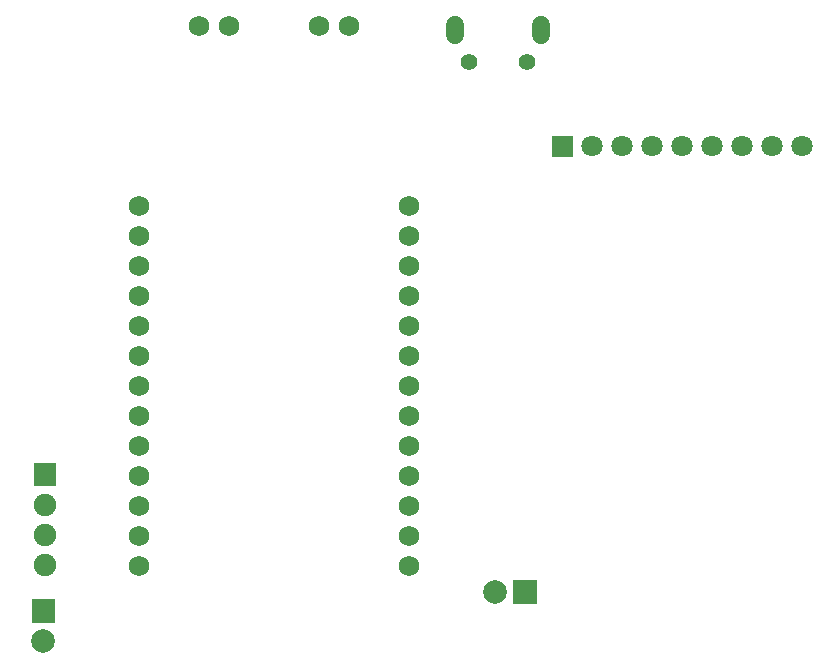
<source format=gbs>
G04 Layer: BottomSolderMaskLayer*
G04 EasyEDA v6.4.14, 2021-01-21T23:56:56--5:00*
G04 aa685b108e8c4aaab1d0ece7fbf10bdb,7db2125e4611476bb2993bf99425ef50,10*
G04 Gerber Generator version 0.2*
G04 Scale: 100 percent, Rotated: No, Reflected: No *
G04 Dimensions in millimeters *
G04 leading zeros omitted , absolute positions ,4 integer and 5 decimal *
%FSLAX45Y45*%
%MOMM*%

%ADD32C,1.5032*%
%ADD34C,1.8032*%
%ADD39C,1.4032*%
%ADD41C,1.9032*%
%ADD42C,1.7272*%
%ADD43C,2.0032*%

%LPD*%
D32*
X3803850Y6270165D02*
G01*
X3803850Y6360165D01*
X4527750Y6270165D02*
G01*
X4527750Y6360165D01*
G36*
X4621730Y5241229D02*
G01*
X4621730Y5421569D01*
X4802070Y5421569D01*
X4802070Y5241229D01*
G37*
D34*
G01*
X4965900Y5331399D03*
G01*
X5219900Y5331399D03*
G01*
X5473900Y5331399D03*
G01*
X5727900Y5331399D03*
G01*
X5981900Y5331399D03*
G01*
X6235900Y5331399D03*
G01*
X6489900Y5331399D03*
G01*
X6743900Y5331399D03*
D39*
G01*
X4408294Y6045164D03*
G01*
X3923306Y6045164D03*
G36*
X235150Y2454849D02*
G01*
X235150Y2645349D01*
X425650Y2645349D01*
X425650Y2454849D01*
G37*
D41*
G01*
X330400Y2296099D03*
G01*
X330400Y2042099D03*
G01*
X330400Y1788099D03*
D42*
G01*
X3416500Y4823399D03*
G01*
X3416500Y4569399D03*
G01*
X3416500Y4315399D03*
G01*
X3416500Y4061399D03*
G01*
X3416500Y3807399D03*
G01*
X3416500Y3553399D03*
G01*
X3416500Y3299399D03*
G01*
X3416500Y3045399D03*
G01*
X3416500Y2791399D03*
G01*
X3416500Y2537399D03*
G01*
X3416500Y2283399D03*
G01*
X3416500Y2029399D03*
G01*
X3416500Y1775399D03*
G01*
X1130500Y4823399D03*
G01*
X1130500Y4569399D03*
G01*
X1130500Y4315399D03*
G01*
X1130500Y4061399D03*
G01*
X1130500Y3807399D03*
G01*
X1130500Y3553399D03*
G01*
X1130500Y3299399D03*
G01*
X1130500Y3045399D03*
G01*
X1130500Y2791399D03*
G01*
X1130500Y2537399D03*
G01*
X1130500Y2283399D03*
G01*
X1130500Y2029399D03*
G01*
X1130500Y1775399D03*
G01*
X2908500Y6347399D03*
G01*
X2654500Y6347399D03*
G01*
X1892500Y6347399D03*
G01*
X1638500Y6347399D03*
D43*
G01*
X317700Y1140399D03*
G36*
X217624Y1294323D02*
G01*
X217624Y1494475D01*
X417776Y1494475D01*
X417776Y1294323D01*
G37*
G01*
X4140400Y1559499D03*
G36*
X4294324Y1459423D02*
G01*
X4294324Y1659575D01*
X4494476Y1659575D01*
X4494476Y1459423D01*
G37*
M02*

</source>
